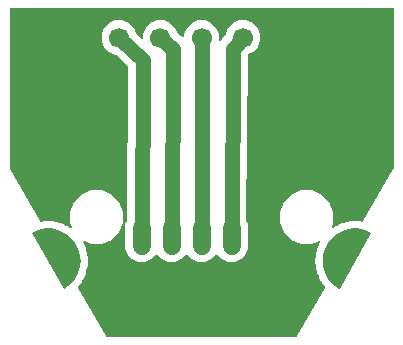
<source format=gbr>
G04 EAGLE Gerber RS-274X export*
G75*
%MOMM*%
%FSLAX34Y34*%
%LPD*%
%INBottom Copper*%
%IPPOS*%
%AMOC8*
5,1,8,0,0,1.08239X$1,22.5*%
G01*
%ADD10C,1.700000*%
%ADD11C,1.524000*%
%ADD12C,1.000000*%
%ADD13C,1.270000*%

G36*
X254062Y11802D02*
X254062Y11802D01*
X254130Y11803D01*
X254183Y11821D01*
X254238Y11830D01*
X254298Y11862D01*
X254362Y11885D01*
X254406Y11919D01*
X254456Y11946D01*
X254502Y11995D01*
X254555Y12036D01*
X254602Y12100D01*
X254625Y12124D01*
X254634Y12143D01*
X254655Y12171D01*
X278468Y53419D01*
X278480Y53449D01*
X278498Y53476D01*
X278523Y53564D01*
X278555Y53649D01*
X278557Y53682D01*
X278565Y53713D01*
X278561Y53804D01*
X278564Y53895D01*
X278555Y53926D01*
X278554Y53958D01*
X278501Y54118D01*
X278472Y54180D01*
X278468Y54187D01*
X278465Y54195D01*
X278376Y54337D01*
X276978Y56088D01*
X276972Y56093D01*
X276968Y56101D01*
X276847Y56217D01*
X276519Y56468D01*
X276138Y57127D01*
X276117Y57153D01*
X276074Y57221D01*
X275599Y57816D01*
X275485Y58213D01*
X275481Y58221D01*
X275480Y58229D01*
X275413Y58383D01*
X274292Y60322D01*
X274286Y60329D01*
X274283Y60337D01*
X274181Y60470D01*
X273894Y60768D01*
X273616Y61476D01*
X273599Y61504D01*
X273566Y61578D01*
X273186Y62237D01*
X273132Y62647D01*
X273129Y62655D01*
X273129Y62663D01*
X273086Y62825D01*
X272266Y64910D01*
X272262Y64918D01*
X272260Y64926D01*
X272179Y65073D01*
X271939Y65410D01*
X271770Y66151D01*
X271757Y66182D01*
X271736Y66260D01*
X271458Y66968D01*
X271466Y67382D01*
X271464Y67390D01*
X271466Y67398D01*
X271447Y67565D01*
X270947Y69749D01*
X270944Y69757D01*
X270943Y69765D01*
X270885Y69923D01*
X270698Y70291D01*
X270641Y71050D01*
X270634Y71082D01*
X270624Y71163D01*
X270455Y71904D01*
X270524Y72312D01*
X270524Y72320D01*
X270527Y72329D01*
X270532Y72496D01*
X270364Y74730D01*
X270362Y74738D01*
X270363Y74747D01*
X270328Y74911D01*
X270199Y75304D01*
X270256Y76062D01*
X270253Y76095D01*
X270255Y76176D01*
X270198Y76935D01*
X270327Y77327D01*
X270329Y77336D01*
X270333Y77344D01*
X270363Y77509D01*
X270530Y79742D01*
X270529Y79751D01*
X270531Y79759D01*
X270521Y79927D01*
X270452Y80334D01*
X270621Y81076D01*
X270623Y81109D01*
X270638Y81189D01*
X270695Y81947D01*
X270881Y82316D01*
X270883Y82324D01*
X270888Y82331D01*
X270943Y82490D01*
X271441Y84674D01*
X271442Y84683D01*
X271445Y84691D01*
X271460Y84858D01*
X271452Y85271D01*
X271730Y85979D01*
X271737Y86011D01*
X271763Y86088D01*
X271932Y86830D01*
X272172Y87167D01*
X272175Y87175D01*
X272181Y87181D01*
X272259Y87329D01*
X273077Y89415D01*
X273079Y89423D01*
X273083Y89431D01*
X273123Y89594D01*
X273177Y90004D01*
X273557Y90663D01*
X273569Y90693D01*
X273606Y90765D01*
X273884Y91473D01*
X273890Y91479D01*
X273941Y91554D01*
X273999Y91623D01*
X274011Y91654D01*
X274030Y91682D01*
X274055Y91769D01*
X274087Y91853D01*
X274088Y91886D01*
X274098Y91918D01*
X274094Y92008D01*
X274097Y92099D01*
X274088Y92131D01*
X274087Y92164D01*
X274054Y92248D01*
X274029Y92335D01*
X274010Y92362D01*
X273998Y92393D01*
X273940Y92463D01*
X273889Y92537D01*
X273862Y92557D01*
X273841Y92582D01*
X273764Y92630D01*
X273691Y92684D01*
X273660Y92694D01*
X273631Y92712D01*
X273543Y92732D01*
X273457Y92760D01*
X273424Y92760D01*
X273392Y92767D01*
X273302Y92758D01*
X273211Y92757D01*
X273171Y92746D01*
X273147Y92743D01*
X273118Y92730D01*
X273050Y92711D01*
X267397Y90369D01*
X258383Y90369D01*
X250054Y93819D01*
X243679Y100194D01*
X240229Y108523D01*
X240229Y117537D01*
X243679Y125866D01*
X250054Y132241D01*
X258383Y135691D01*
X267397Y135691D01*
X275726Y132241D01*
X282101Y125866D01*
X285551Y117537D01*
X285551Y108523D01*
X284041Y104879D01*
X284035Y104853D01*
X284023Y104829D01*
X284007Y104733D01*
X283985Y104639D01*
X283988Y104613D01*
X283983Y104586D01*
X283999Y104491D01*
X284008Y104394D01*
X284019Y104370D01*
X284024Y104344D01*
X284069Y104258D01*
X284108Y104170D01*
X284126Y104150D01*
X284139Y104126D01*
X284209Y104060D01*
X284275Y103988D01*
X284298Y103976D01*
X284318Y103957D01*
X284405Y103917D01*
X284490Y103870D01*
X284517Y103865D01*
X284541Y103854D01*
X284637Y103843D01*
X284732Y103826D01*
X284759Y103830D01*
X284785Y103827D01*
X284880Y103848D01*
X284976Y103862D01*
X284999Y103874D01*
X285026Y103880D01*
X285174Y103959D01*
X285915Y104464D01*
X285921Y104470D01*
X285929Y104474D01*
X286053Y104586D01*
X286329Y104894D01*
X287014Y105225D01*
X287041Y105243D01*
X287113Y105281D01*
X287741Y105710D01*
X288146Y105795D01*
X288154Y105798D01*
X288162Y105798D01*
X288321Y105854D01*
X290338Y106827D01*
X290345Y106832D01*
X290354Y106834D01*
X290494Y106926D01*
X290812Y107190D01*
X291539Y107415D01*
X291569Y107429D01*
X291645Y107456D01*
X292330Y107787D01*
X292743Y107810D01*
X292751Y107812D01*
X292760Y107811D01*
X292925Y107843D01*
X295065Y108504D01*
X295073Y108507D01*
X295081Y108509D01*
X295082Y108509D01*
X295085Y108510D01*
X295233Y108579D01*
X295587Y108793D01*
X296340Y108906D01*
X296371Y108916D01*
X296451Y108932D01*
X297177Y109156D01*
X297589Y109117D01*
X297598Y109118D01*
X297606Y109116D01*
X297774Y109123D01*
X299989Y109457D01*
X299997Y109460D01*
X300005Y109460D01*
X300166Y109507D01*
X300548Y109665D01*
X301309Y109665D01*
X301342Y109671D01*
X301422Y109674D01*
X302175Y109788D01*
X302576Y109688D01*
X302585Y109687D01*
X302592Y109684D01*
X302759Y109666D01*
X304999Y109667D01*
X305008Y109668D01*
X305016Y109667D01*
X305183Y109689D01*
X305584Y109789D01*
X306336Y109675D01*
X306369Y109676D01*
X306449Y109667D01*
X307210Y109667D01*
X307592Y109509D01*
X307601Y109507D01*
X307608Y109503D01*
X307770Y109460D01*
X309985Y109127D01*
X309994Y109127D01*
X310002Y109124D01*
X310170Y109122D01*
X310262Y109130D01*
X310293Y109138D01*
X310325Y109139D01*
X310412Y109169D01*
X310500Y109193D01*
X310527Y109210D01*
X310557Y109221D01*
X310629Y109277D01*
X310706Y109327D01*
X310726Y109353D01*
X310751Y109372D01*
X310850Y109507D01*
X336427Y153810D01*
X336468Y153917D01*
X336511Y154024D01*
X336512Y154034D01*
X336514Y154040D01*
X336515Y154062D01*
X336529Y154190D01*
X336529Y289708D01*
X336526Y289728D01*
X336528Y289747D01*
X336506Y289849D01*
X336490Y289951D01*
X336480Y289968D01*
X336476Y289988D01*
X336423Y290077D01*
X336374Y290168D01*
X336360Y290182D01*
X336350Y290199D01*
X336271Y290266D01*
X336196Y290338D01*
X336178Y290346D01*
X336163Y290359D01*
X336067Y290398D01*
X335973Y290441D01*
X335953Y290443D01*
X335935Y290451D01*
X335768Y290469D01*
X12212Y290469D01*
X12192Y290466D01*
X12173Y290468D01*
X12071Y290446D01*
X11969Y290430D01*
X11952Y290420D01*
X11932Y290416D01*
X11843Y290363D01*
X11752Y290314D01*
X11738Y290300D01*
X11721Y290290D01*
X11654Y290211D01*
X11582Y290136D01*
X11574Y290118D01*
X11561Y290103D01*
X11522Y290007D01*
X11479Y289913D01*
X11477Y289893D01*
X11469Y289875D01*
X11451Y289708D01*
X11451Y154190D01*
X11469Y154077D01*
X11485Y153963D01*
X11489Y153954D01*
X11490Y153948D01*
X11501Y153928D01*
X11553Y153810D01*
X37130Y109507D01*
X37150Y109483D01*
X37164Y109454D01*
X37228Y109388D01*
X37286Y109317D01*
X37313Y109300D01*
X37335Y109277D01*
X37416Y109235D01*
X37494Y109186D01*
X37525Y109179D01*
X37554Y109164D01*
X37718Y109130D01*
X37810Y109122D01*
X37819Y109122D01*
X37827Y109120D01*
X37995Y109127D01*
X40210Y109460D01*
X40218Y109462D01*
X40227Y109463D01*
X40388Y109509D01*
X40770Y109667D01*
X41531Y109667D01*
X41563Y109672D01*
X41644Y109675D01*
X42396Y109789D01*
X42797Y109689D01*
X42806Y109688D01*
X42814Y109685D01*
X42981Y109667D01*
X45221Y109666D01*
X45229Y109667D01*
X45238Y109666D01*
X45404Y109688D01*
X45805Y109788D01*
X46558Y109674D01*
X46591Y109674D01*
X46671Y109665D01*
X47432Y109665D01*
X47814Y109507D01*
X47822Y109505D01*
X47829Y109500D01*
X47991Y109457D01*
X50206Y109123D01*
X50215Y109123D01*
X50223Y109120D01*
X50391Y109117D01*
X50803Y109156D01*
X51529Y108932D01*
X51562Y108927D01*
X51640Y108906D01*
X52393Y108793D01*
X52747Y108579D01*
X52755Y108576D01*
X52761Y108570D01*
X52915Y108504D01*
X55055Y107843D01*
X55064Y107841D01*
X55072Y107838D01*
X55237Y107810D01*
X55650Y107787D01*
X56335Y107456D01*
X56367Y107447D01*
X56441Y107415D01*
X57168Y107190D01*
X57486Y106926D01*
X57494Y106922D01*
X57499Y106916D01*
X57642Y106827D01*
X59659Y105854D01*
X59668Y105852D01*
X59675Y105847D01*
X59834Y105795D01*
X60239Y105710D01*
X60867Y105281D01*
X60897Y105268D01*
X60966Y105225D01*
X61651Y104894D01*
X61927Y104586D01*
X61933Y104580D01*
X61938Y104573D01*
X62065Y104464D01*
X62806Y103959D01*
X62831Y103947D01*
X62851Y103930D01*
X62941Y103896D01*
X63029Y103855D01*
X63056Y103852D01*
X63081Y103842D01*
X63177Y103838D01*
X63274Y103827D01*
X63300Y103833D01*
X63326Y103832D01*
X63420Y103859D01*
X63514Y103879D01*
X63537Y103893D01*
X63563Y103900D01*
X63642Y103955D01*
X63725Y104005D01*
X63743Y104025D01*
X63765Y104040D01*
X63823Y104118D01*
X63886Y104192D01*
X63896Y104216D01*
X63912Y104238D01*
X63942Y104330D01*
X63978Y104420D01*
X63979Y104446D01*
X63988Y104472D01*
X63987Y104569D01*
X63993Y104665D01*
X63986Y104691D01*
X63985Y104718D01*
X63939Y104879D01*
X62429Y108523D01*
X62429Y117537D01*
X65879Y125866D01*
X72254Y132241D01*
X80583Y135691D01*
X89597Y135691D01*
X97926Y132241D01*
X104301Y125866D01*
X107751Y117537D01*
X107751Y108523D01*
X104301Y100194D01*
X97926Y93819D01*
X89597Y90369D01*
X80583Y90369D01*
X74930Y92711D01*
X74842Y92731D01*
X74756Y92760D01*
X74723Y92759D01*
X74690Y92767D01*
X74600Y92758D01*
X74510Y92758D01*
X74479Y92747D01*
X74445Y92744D01*
X74363Y92707D01*
X74278Y92678D01*
X74251Y92657D01*
X74221Y92644D01*
X74154Y92583D01*
X74083Y92528D01*
X74064Y92500D01*
X74039Y92477D01*
X73996Y92398D01*
X73946Y92323D01*
X73937Y92291D01*
X73921Y92262D01*
X73905Y92173D01*
X73881Y92086D01*
X73883Y92053D01*
X73877Y92020D01*
X73890Y91931D01*
X73896Y91841D01*
X73908Y91810D01*
X73913Y91777D01*
X73954Y91696D01*
X73988Y91612D01*
X74014Y91579D01*
X74024Y91557D01*
X74047Y91535D01*
X74090Y91480D01*
X74096Y91473D01*
X74374Y90765D01*
X74390Y90737D01*
X74423Y90663D01*
X74803Y90004D01*
X74857Y89594D01*
X74859Y89585D01*
X74859Y89577D01*
X74903Y89415D01*
X75721Y87329D01*
X75725Y87322D01*
X75727Y87314D01*
X75808Y87167D01*
X76048Y86830D01*
X76217Y86088D01*
X76229Y86057D01*
X76250Y85979D01*
X76528Y85271D01*
X76520Y84858D01*
X76521Y84849D01*
X76520Y84841D01*
X76539Y84674D01*
X77037Y82490D01*
X77040Y82482D01*
X77041Y82473D01*
X77099Y82316D01*
X77285Y81947D01*
X77342Y81189D01*
X77350Y81157D01*
X77359Y81076D01*
X77528Y80334D01*
X77459Y79927D01*
X77459Y79918D01*
X77456Y79910D01*
X77450Y79742D01*
X77617Y77509D01*
X77619Y77500D01*
X77618Y77492D01*
X77652Y77327D01*
X77782Y76935D01*
X77725Y76176D01*
X77727Y76143D01*
X77724Y76062D01*
X77781Y75304D01*
X77652Y74911D01*
X77650Y74903D01*
X77647Y74895D01*
X77616Y74730D01*
X77448Y72496D01*
X77448Y72488D01*
X77446Y72479D01*
X77456Y72312D01*
X77525Y71904D01*
X77356Y71163D01*
X77354Y71130D01*
X77339Y71050D01*
X77282Y70292D01*
X77095Y69923D01*
X77093Y69914D01*
X77088Y69907D01*
X77033Y69749D01*
X76533Y67565D01*
X76533Y67557D01*
X76530Y67549D01*
X76514Y67381D01*
X76522Y66968D01*
X76244Y66260D01*
X76237Y66228D01*
X76210Y66151D01*
X76041Y65410D01*
X75801Y65073D01*
X75798Y65065D01*
X75792Y65059D01*
X75714Y64910D01*
X74894Y62825D01*
X74893Y62817D01*
X74888Y62809D01*
X74848Y62647D01*
X74794Y62237D01*
X74414Y61578D01*
X74402Y61547D01*
X74364Y61476D01*
X74086Y60768D01*
X73799Y60470D01*
X73794Y60463D01*
X73788Y60458D01*
X73688Y60322D01*
X72568Y58383D01*
X72564Y58375D01*
X72559Y58368D01*
X72495Y58213D01*
X72381Y57816D01*
X71906Y57221D01*
X71890Y57192D01*
X71842Y57127D01*
X71461Y56468D01*
X71133Y56217D01*
X71127Y56211D01*
X71120Y56206D01*
X71002Y56088D01*
X69604Y54337D01*
X69600Y54329D01*
X69594Y54323D01*
X69508Y54180D01*
X69479Y54118D01*
X69471Y54086D01*
X69455Y54058D01*
X69438Y53968D01*
X69414Y53880D01*
X69416Y53848D01*
X69410Y53816D01*
X69423Y53726D01*
X69428Y53635D01*
X69440Y53605D01*
X69444Y53573D01*
X69512Y53419D01*
X93325Y12171D01*
X93368Y12119D01*
X93403Y12061D01*
X93445Y12025D01*
X93481Y11981D01*
X93538Y11945D01*
X93590Y11901D01*
X93642Y11880D01*
X93689Y11850D01*
X93755Y11834D01*
X93818Y11809D01*
X93897Y11800D01*
X93929Y11793D01*
X93949Y11795D01*
X93985Y11791D01*
X253995Y11791D01*
X254062Y11802D01*
G37*
%LPC*%
G36*
X120462Y75183D02*
X120462Y75183D01*
X115420Y77272D01*
X111562Y81130D01*
X109473Y86172D01*
X109473Y106868D01*
X110803Y110078D01*
X110817Y110138D01*
X110841Y110196D01*
X110851Y110285D01*
X110859Y110317D01*
X110857Y110334D01*
X110860Y110362D01*
X111965Y240279D01*
X111948Y240384D01*
X111937Y240490D01*
X111929Y240505D01*
X111927Y240522D01*
X111878Y240617D01*
X111833Y240713D01*
X111820Y240729D01*
X111814Y240740D01*
X111791Y240762D01*
X111724Y240841D01*
X101578Y250357D01*
X101512Y250401D01*
X101452Y250453D01*
X101411Y250470D01*
X101374Y250494D01*
X101298Y250515D01*
X101224Y250545D01*
X101165Y250551D01*
X101137Y250559D01*
X101109Y250558D01*
X101097Y250559D01*
X95722Y252786D01*
X91616Y256892D01*
X89393Y262257D01*
X89393Y268063D01*
X91616Y273428D01*
X95722Y277534D01*
X101087Y279757D01*
X106893Y279757D01*
X112258Y277534D01*
X116364Y273428D01*
X118205Y268984D01*
X118246Y268918D01*
X118279Y268848D01*
X118319Y268801D01*
X118335Y268775D01*
X118355Y268758D01*
X118388Y268721D01*
X123111Y264290D01*
X123161Y264257D01*
X123204Y264216D01*
X123262Y264189D01*
X123315Y264153D01*
X123373Y264137D01*
X123427Y264112D01*
X123491Y264105D01*
X123553Y264088D01*
X123612Y264092D01*
X123671Y264085D01*
X123734Y264099D01*
X123798Y264102D01*
X123854Y264125D01*
X123912Y264137D01*
X123967Y264170D01*
X124026Y264194D01*
X124072Y264233D01*
X124123Y264264D01*
X124165Y264312D01*
X124214Y264354D01*
X124244Y264405D01*
X124283Y264450D01*
X124307Y264510D01*
X124340Y264565D01*
X124352Y264623D01*
X124375Y264679D01*
X124385Y264774D01*
X124392Y264805D01*
X124391Y264821D01*
X124393Y264845D01*
X124393Y268063D01*
X126616Y273428D01*
X130722Y277534D01*
X136087Y279757D01*
X141893Y279757D01*
X147258Y277534D01*
X151364Y273428D01*
X152990Y269505D01*
X153036Y269430D01*
X153076Y269350D01*
X153106Y269317D01*
X153119Y269296D01*
X153143Y269276D01*
X153189Y269226D01*
X156488Y266313D01*
X156521Y266292D01*
X156548Y266264D01*
X156695Y266182D01*
X156995Y266055D01*
X158089Y264943D01*
X158150Y264899D01*
X158204Y264847D01*
X158248Y264826D01*
X158288Y264797D01*
X158359Y264775D01*
X158427Y264743D01*
X158476Y264738D01*
X158523Y264723D01*
X158597Y264725D01*
X158671Y264716D01*
X158719Y264727D01*
X158768Y264728D01*
X158839Y264753D01*
X158912Y264769D01*
X158954Y264794D01*
X159000Y264810D01*
X159059Y264856D01*
X159123Y264895D01*
X159155Y264932D01*
X159193Y264962D01*
X159234Y265025D01*
X159283Y265082D01*
X159301Y265127D01*
X159328Y265168D01*
X159347Y265241D01*
X159375Y265310D01*
X159382Y265376D01*
X159390Y265406D01*
X159388Y265431D01*
X159393Y265477D01*
X159393Y268063D01*
X161616Y273428D01*
X165722Y277534D01*
X171087Y279757D01*
X176893Y279757D01*
X182258Y277534D01*
X186364Y273428D01*
X188587Y268063D01*
X188587Y262718D01*
X188602Y262625D01*
X188610Y262531D01*
X188622Y262504D01*
X188626Y262475D01*
X188671Y262392D01*
X188708Y262305D01*
X188728Y262283D01*
X188742Y262258D01*
X188810Y262193D01*
X188873Y262123D01*
X188899Y262108D01*
X188920Y262088D01*
X189006Y262049D01*
X189088Y262002D01*
X189116Y261997D01*
X189143Y261985D01*
X189237Y261974D01*
X189330Y261957D01*
X189358Y261961D01*
X189387Y261958D01*
X189480Y261978D01*
X189573Y261991D01*
X189599Y262004D01*
X189628Y262010D01*
X189709Y262058D01*
X189793Y262100D01*
X189814Y262121D01*
X189839Y262136D01*
X189900Y262208D01*
X189967Y262275D01*
X189985Y262307D01*
X189999Y262323D01*
X190011Y262353D01*
X190049Y262421D01*
X190165Y262695D01*
X191559Y264066D01*
X191572Y264084D01*
X191600Y264110D01*
X194207Y267115D01*
X194224Y267142D01*
X194224Y267143D01*
X194241Y267170D01*
X194283Y267219D01*
X194305Y267274D01*
X194336Y267324D01*
X194351Y267387D01*
X194375Y267447D01*
X194384Y267532D01*
X194392Y267564D01*
X194390Y267583D01*
X194393Y267614D01*
X194393Y268063D01*
X196616Y273428D01*
X200722Y277534D01*
X206087Y279757D01*
X211893Y279757D01*
X217258Y277534D01*
X221364Y273428D01*
X223587Y268063D01*
X223587Y262257D01*
X221364Y256892D01*
X217258Y252786D01*
X213537Y251244D01*
X213440Y251184D01*
X213342Y251126D01*
X213336Y251119D01*
X213328Y251114D01*
X213255Y251027D01*
X213181Y250941D01*
X213177Y250932D01*
X213171Y250925D01*
X213130Y250819D01*
X213087Y250713D01*
X213086Y250702D01*
X213083Y250695D01*
X213082Y250672D01*
X213067Y250547D01*
X211943Y109834D01*
X211954Y109767D01*
X211955Y109698D01*
X211976Y109624D01*
X211981Y109591D01*
X211991Y109572D01*
X212001Y109537D01*
X213107Y106868D01*
X213107Y86172D01*
X211018Y81130D01*
X207160Y77272D01*
X202118Y75183D01*
X196662Y75183D01*
X191620Y77272D01*
X187762Y81130D01*
X187393Y82019D01*
X187356Y82080D01*
X187326Y82145D01*
X187291Y82184D01*
X187264Y82228D01*
X187209Y82274D01*
X187160Y82327D01*
X187114Y82352D01*
X187074Y82385D01*
X187007Y82411D01*
X186944Y82445D01*
X186893Y82454D01*
X186845Y82473D01*
X186773Y82476D01*
X186702Y82489D01*
X186651Y82481D01*
X186599Y82483D01*
X186530Y82464D01*
X186459Y82453D01*
X186413Y82429D01*
X186363Y82415D01*
X186304Y82374D01*
X186240Y82342D01*
X186203Y82304D01*
X186161Y82275D01*
X186118Y82217D01*
X186068Y82166D01*
X186033Y82103D01*
X186014Y82077D01*
X186007Y82055D01*
X185987Y82019D01*
X185618Y81130D01*
X181760Y77272D01*
X176718Y75183D01*
X171262Y75183D01*
X166220Y77272D01*
X162362Y81130D01*
X161993Y82019D01*
X161956Y82080D01*
X161926Y82145D01*
X161891Y82184D01*
X161864Y82228D01*
X161809Y82274D01*
X161760Y82327D01*
X161714Y82352D01*
X161674Y82385D01*
X161607Y82411D01*
X161544Y82445D01*
X161493Y82454D01*
X161445Y82473D01*
X161373Y82476D01*
X161302Y82489D01*
X161251Y82481D01*
X161199Y82483D01*
X161130Y82464D01*
X161059Y82453D01*
X161013Y82429D01*
X160963Y82415D01*
X160904Y82374D01*
X160840Y82342D01*
X160803Y82304D01*
X160761Y82275D01*
X160718Y82217D01*
X160668Y82166D01*
X160633Y82103D01*
X160614Y82077D01*
X160607Y82055D01*
X160587Y82019D01*
X160218Y81130D01*
X156360Y77272D01*
X151318Y75183D01*
X145862Y75183D01*
X140820Y77272D01*
X136962Y81130D01*
X136593Y82019D01*
X136556Y82080D01*
X136526Y82145D01*
X136491Y82184D01*
X136464Y82228D01*
X136409Y82274D01*
X136360Y82327D01*
X136314Y82352D01*
X136274Y82385D01*
X136207Y82411D01*
X136144Y82445D01*
X136093Y82454D01*
X136045Y82473D01*
X135973Y82476D01*
X135902Y82489D01*
X135851Y82481D01*
X135799Y82483D01*
X135730Y82464D01*
X135659Y82453D01*
X135613Y82429D01*
X135563Y82415D01*
X135504Y82374D01*
X135440Y82342D01*
X135403Y82304D01*
X135361Y82275D01*
X135318Y82217D01*
X135268Y82166D01*
X135233Y82103D01*
X135214Y82077D01*
X135207Y82055D01*
X135187Y82019D01*
X134818Y81130D01*
X130960Y77272D01*
X125918Y75183D01*
X120462Y75183D01*
G37*
%LPD*%
G36*
X290418Y52241D02*
X290418Y52241D01*
X290491Y52241D01*
X290516Y52252D01*
X290543Y52255D01*
X290607Y52291D01*
X290674Y52319D01*
X290693Y52339D01*
X290716Y52352D01*
X290784Y52433D01*
X290812Y52463D01*
X290815Y52472D01*
X290822Y52481D01*
X317822Y99281D01*
X317831Y99306D01*
X317847Y99329D01*
X317862Y99400D01*
X317886Y99469D01*
X317883Y99496D01*
X317889Y99523D01*
X317876Y99594D01*
X317870Y99667D01*
X317857Y99692D01*
X317852Y99718D01*
X317812Y99779D01*
X317778Y99844D01*
X317757Y99861D01*
X317742Y99884D01*
X317656Y99945D01*
X317625Y99970D01*
X317616Y99973D01*
X317606Y99980D01*
X313968Y101731D01*
X313937Y101738D01*
X313899Y101758D01*
X310040Y102947D01*
X310008Y102950D01*
X309967Y102963D01*
X305974Y103564D01*
X305943Y103562D01*
X305900Y103569D01*
X301862Y103568D01*
X301831Y103562D01*
X301788Y103562D01*
X297796Y102959D01*
X297766Y102948D01*
X297723Y102943D01*
X293865Y101751D01*
X293837Y101736D01*
X293796Y101724D01*
X290158Y99971D01*
X290133Y99952D01*
X290094Y99934D01*
X286758Y97658D01*
X286736Y97635D01*
X286700Y97612D01*
X283741Y94864D01*
X283722Y94839D01*
X283690Y94810D01*
X281174Y91652D01*
X281159Y91624D01*
X281132Y91590D01*
X279114Y88093D01*
X279104Y88063D01*
X279082Y88026D01*
X277608Y84267D01*
X277602Y84235D01*
X277586Y84195D01*
X276689Y80259D01*
X276688Y80227D01*
X276678Y80185D01*
X276377Y76159D01*
X276381Y76127D01*
X276377Y76084D01*
X276680Y72058D01*
X276689Y72027D01*
X276691Y71984D01*
X277591Y68048D01*
X277604Y68019D01*
X277613Y67976D01*
X279089Y64218D01*
X279107Y64191D01*
X279122Y64151D01*
X281142Y60655D01*
X281163Y60631D01*
X281184Y60593D01*
X283702Y57437D01*
X283727Y57417D01*
X283753Y57383D01*
X286714Y54637D01*
X286741Y54621D01*
X286772Y54591D01*
X290109Y52317D01*
X290134Y52307D01*
X290155Y52290D01*
X290225Y52269D01*
X290292Y52240D01*
X290320Y52241D01*
X290346Y52233D01*
X290418Y52241D01*
G37*
G36*
X57594Y52240D02*
X57594Y52240D01*
X57667Y52237D01*
X57693Y52246D01*
X57720Y52248D01*
X57816Y52292D01*
X57854Y52306D01*
X57861Y52313D01*
X57871Y52317D01*
X61208Y54591D01*
X61230Y54614D01*
X61266Y54637D01*
X64227Y57383D01*
X64246Y57409D01*
X64278Y57437D01*
X66796Y60593D01*
X66811Y60622D01*
X66838Y60655D01*
X68858Y64151D01*
X68868Y64181D01*
X68891Y64218D01*
X70367Y67976D01*
X70372Y68008D01*
X70389Y68048D01*
X71289Y71984D01*
X71289Y72016D01*
X71300Y72058D01*
X71603Y76084D01*
X71599Y76115D01*
X71603Y76159D01*
X71302Y80185D01*
X71294Y80216D01*
X71291Y80259D01*
X70394Y84195D01*
X70381Y84224D01*
X70372Y84267D01*
X68898Y88026D01*
X68881Y88053D01*
X68866Y88093D01*
X66848Y91590D01*
X66827Y91614D01*
X66806Y91652D01*
X64290Y94810D01*
X64265Y94830D01*
X64239Y94864D01*
X61280Y97612D01*
X61253Y97628D01*
X61222Y97658D01*
X57886Y99934D01*
X57857Y99946D01*
X57822Y99971D01*
X54185Y101724D01*
X54154Y101732D01*
X54115Y101751D01*
X50257Y102943D01*
X50225Y102946D01*
X50184Y102959D01*
X46192Y103562D01*
X46160Y103561D01*
X46118Y103568D01*
X42080Y103569D01*
X42049Y103563D01*
X42006Y103564D01*
X38013Y102963D01*
X37983Y102952D01*
X37940Y102947D01*
X34081Y101758D01*
X34053Y101743D01*
X34012Y101731D01*
X30374Y99980D01*
X30352Y99963D01*
X30326Y99954D01*
X30273Y99904D01*
X30215Y99860D01*
X30202Y99836D01*
X30182Y99817D01*
X30152Y99751D01*
X30116Y99687D01*
X30113Y99660D01*
X30102Y99635D01*
X30101Y99562D01*
X30092Y99490D01*
X30100Y99464D01*
X30100Y99436D01*
X30136Y99338D01*
X30148Y99299D01*
X30154Y99291D01*
X30158Y99281D01*
X57158Y52481D01*
X57176Y52460D01*
X57187Y52435D01*
X57241Y52386D01*
X57289Y52332D01*
X57314Y52320D01*
X57334Y52301D01*
X57403Y52277D01*
X57469Y52246D01*
X57496Y52245D01*
X57521Y52235D01*
X57594Y52240D01*
G37*
D10*
X243990Y265160D03*
X208990Y265160D03*
X173990Y265160D03*
X138990Y265160D03*
X103990Y265160D03*
D11*
X224790Y104140D02*
X224790Y88900D01*
X199390Y88900D02*
X199390Y104140D01*
X173990Y104140D02*
X173990Y88900D01*
X148590Y88900D02*
X148590Y104140D01*
X123190Y104140D02*
X123190Y88900D01*
D12*
X297890Y79630D03*
X50090Y79630D03*
D13*
X173990Y96520D02*
X173990Y265160D01*
X200660Y255560D02*
X208990Y265160D01*
X200660Y255560D02*
X199390Y96520D01*
X123190Y96520D02*
X124460Y245960D01*
X103990Y265160D01*
X149860Y255560D02*
X148590Y96520D01*
X149860Y255560D02*
X138990Y265160D01*
M02*

</source>
